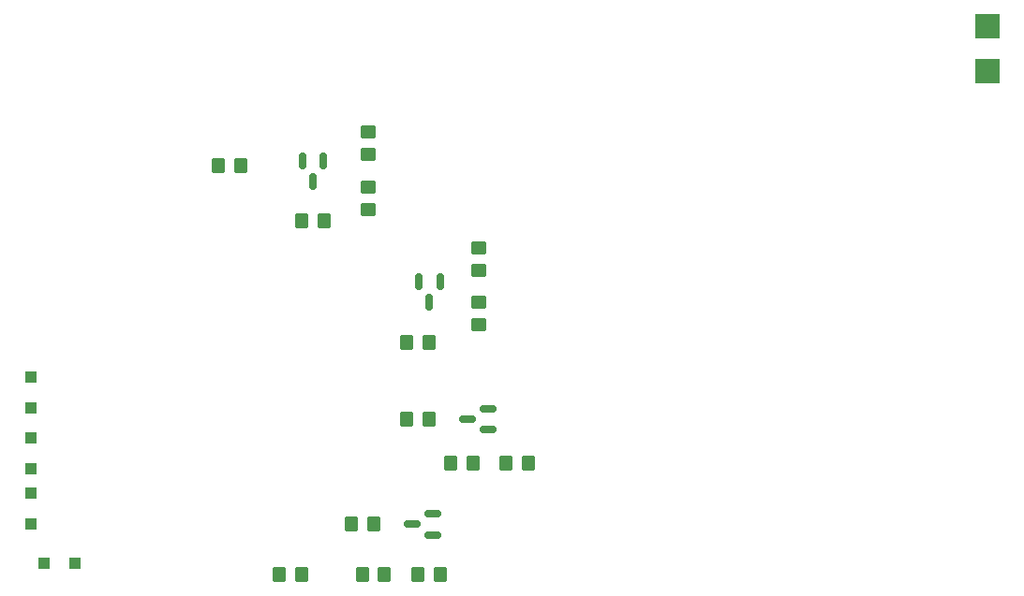
<source format=gbr>
%TF.GenerationSoftware,KiCad,Pcbnew,9.0.6*%
%TF.CreationDate,2025-12-07T15:07:03-05:00*%
%TF.ProjectId,IO_board,494f5f62-6f61-4726-942e-6b696361645f,rev?*%
%TF.SameCoordinates,Original*%
%TF.FileFunction,Paste,Top*%
%TF.FilePolarity,Positive*%
%FSLAX46Y46*%
G04 Gerber Fmt 4.6, Leading zero omitted, Abs format (unit mm)*
G04 Created by KiCad (PCBNEW 9.0.6) date 2025-12-07 15:07:03*
%MOMM*%
%LPD*%
G01*
G04 APERTURE LIST*
G04 Aperture macros list*
%AMRoundRect*
0 Rectangle with rounded corners*
0 $1 Rounding radius*
0 $2 $3 $4 $5 $6 $7 $8 $9 X,Y pos of 4 corners*
0 Add a 4 corners polygon primitive as box body*
4,1,4,$2,$3,$4,$5,$6,$7,$8,$9,$2,$3,0*
0 Add four circle primitives for the rounded corners*
1,1,$1+$1,$2,$3*
1,1,$1+$1,$4,$5*
1,1,$1+$1,$6,$7*
1,1,$1+$1,$8,$9*
0 Add four rect primitives between the rounded corners*
20,1,$1+$1,$2,$3,$4,$5,0*
20,1,$1+$1,$4,$5,$6,$7,0*
20,1,$1+$1,$6,$7,$8,$9,0*
20,1,$1+$1,$8,$9,$2,$3,0*%
G04 Aperture macros list end*
%ADD10R,2.260600X2.209800*%
%ADD11RoundRect,0.150000X-0.150000X0.587500X-0.150000X-0.587500X0.150000X-0.587500X0.150000X0.587500X0*%
%ADD12RoundRect,0.250000X-0.350000X-0.450000X0.350000X-0.450000X0.350000X0.450000X-0.350000X0.450000X0*%
%ADD13RoundRect,0.150000X0.587500X0.150000X-0.587500X0.150000X-0.587500X-0.150000X0.587500X-0.150000X0*%
%ADD14RoundRect,0.250000X0.450000X-0.350000X0.450000X0.350000X-0.450000X0.350000X-0.450000X-0.350000X0*%
%ADD15RoundRect,0.250000X0.350000X0.450000X-0.350000X0.450000X-0.350000X-0.450000X0.350000X-0.450000X0*%
%ADD16RoundRect,0.250000X0.300000X-0.300000X0.300000X0.300000X-0.300000X0.300000X-0.300000X-0.300000X0*%
%ADD17RoundRect,0.250000X0.300000X0.300000X-0.300000X0.300000X-0.300000X-0.300000X0.300000X-0.300000X0*%
G04 APERTURE END LIST*
D10*
%TO.C,CR1*%
X164000000Y-70910600D03*
X164000000Y-75000000D03*
%TD*%
D11*
%TO.C,Q4*%
X103950000Y-83125000D03*
X102050000Y-83125000D03*
X103000000Y-85000000D03*
%TD*%
D12*
%TO.C,R10*%
X117500000Y-110500000D03*
X115500000Y-110500000D03*
%TD*%
%TO.C,R14*%
X120500000Y-110500000D03*
X122500000Y-110500000D03*
%TD*%
D13*
%TO.C,Q2*%
X118875000Y-107450000D03*
X118875000Y-105550000D03*
X117000000Y-106500000D03*
%TD*%
D12*
%TO.C,R6*%
X111500000Y-99500000D03*
X113500000Y-99500000D03*
%TD*%
%TO.C,R4*%
X106500000Y-116000000D03*
X108500000Y-116000000D03*
%TD*%
D14*
%TO.C,R12*%
X108000000Y-87500000D03*
X108000000Y-85500000D03*
%TD*%
D12*
%TO.C,R9*%
X107500000Y-120500000D03*
X109500000Y-120500000D03*
%TD*%
D11*
%TO.C,Q3*%
X114500000Y-94000000D03*
X112600000Y-94000000D03*
X113550000Y-95875000D03*
%TD*%
D12*
%TO.C,R13*%
X112500000Y-120500000D03*
X114500000Y-120500000D03*
%TD*%
D15*
%TO.C,R8*%
X96500000Y-83500000D03*
X94500000Y-83500000D03*
%TD*%
D12*
%TO.C,R5*%
X111500000Y-106500000D03*
X113500000Y-106500000D03*
%TD*%
D16*
%TO.C,D11*%
X77500000Y-111000000D03*
X77500000Y-108200000D03*
%TD*%
%TO.C,D12*%
X77500000Y-102700000D03*
X77500000Y-105500000D03*
%TD*%
%TO.C,D10*%
X77500000Y-116000000D03*
X77500000Y-113200000D03*
%TD*%
D14*
%TO.C,R16*%
X108000000Y-82500000D03*
X108000000Y-80500000D03*
%TD*%
D13*
%TO.C,Q1*%
X113875000Y-116950000D03*
X113875000Y-115050000D03*
X112000000Y-116000000D03*
%TD*%
D15*
%TO.C,R7*%
X104000000Y-88500000D03*
X102000000Y-88500000D03*
%TD*%
D14*
%TO.C,R15*%
X118050000Y-93000000D03*
X118050000Y-91000000D03*
%TD*%
%TO.C,R11*%
X118050000Y-97937500D03*
X118050000Y-95937500D03*
%TD*%
D17*
%TO.C,D9*%
X81500000Y-119500000D03*
X78700000Y-119500000D03*
%TD*%
D12*
%TO.C,R3*%
X100000000Y-120500000D03*
X102000000Y-120500000D03*
%TD*%
M02*

</source>
